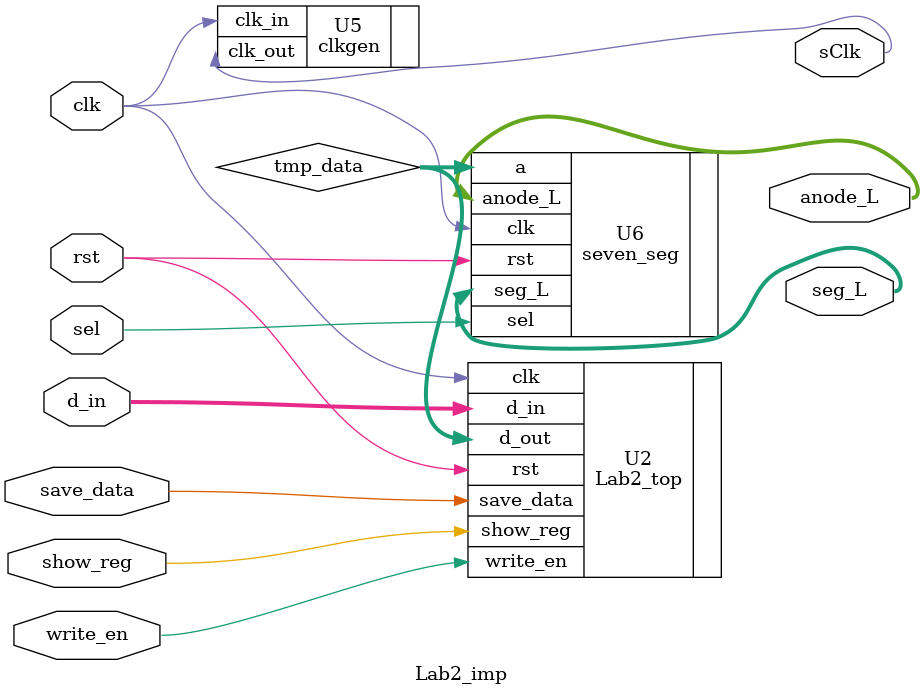
<source format=v>
`timescale 1ns / 1ps


module Lab2_imp(input clk, rst, write_en, save_data, show_reg, sel,
                input [7:0] d_in, 
                output sClk,
				output [3:0] anode_L,
				output [6:0] seg_L);
	 
	 wire [7:0] tmp_data;
	 
	 // Instantiate your Lab2_top module here. Connect d_out to tmp_data.
     
     Lab2_top U2 (.clk(clk), .rst(rst), .write_en(write_en), .save_data(save_data), .show_reg(show_reg), .d_in(d_in), .d_out(tmp_data));
       
	 clkgen   U5 (.clk_in(clk), .clk_out(sClk));
	 seven_seg U6 (.a(tmp_data), .clk(clk), .rst(rst), .sel(sel), .anode_L(anode_L), .seg_L(seg_L));

endmodule


</source>
